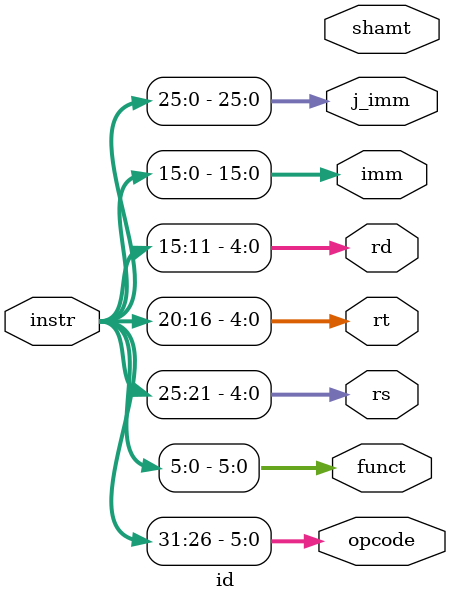
<source format=v>
module id(instr,opcode,rs,rt,rd,shamt,funct,imm,j_imm);
  input [31:0]instr;
  output [5:0]opcode,funct;
  output [4:0] rs,rt,rd,shamt;
  output [15:0] imm;
  output [25:0] j_imm;
  assign opcode=instr[31:26];
  assign funct=instr[5:0];
  assign rs=instr[25:21];
  assign rt=instr[20:16];
  assign rd=instr[15:11];
  assign imm=instr[15:0];
  assign j_imm=instr[25:0];
endmodule
</source>
